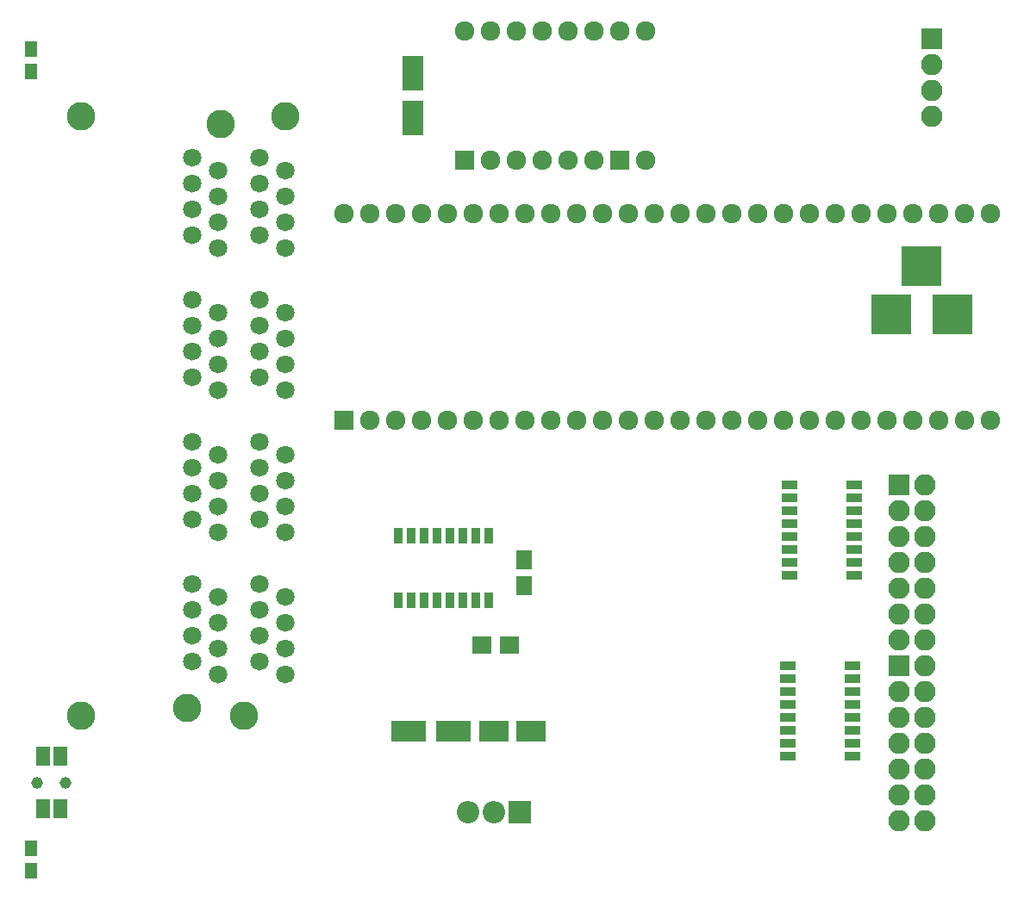
<source format=gts>
G04 #@! TF.FileFunction,Soldermask,Top*
%FSLAX46Y46*%
G04 Gerber Fmt 4.6, Leading zero omitted, Abs format (unit mm)*
G04 Created by KiCad (PCBNEW 4.0.6) date 11/13/18 16:30:56*
%MOMM*%
%LPD*%
G01*
G04 APERTURE LIST*
%ADD10C,0.100000*%
%ADD11R,1.543000X0.908000*%
%ADD12R,3.000000X2.000000*%
%ADD13R,1.924000X1.924000*%
%ADD14C,1.924000*%
%ADD15R,2.200000X2.200000*%
%ADD16O,2.200000X2.200000*%
%ADD17R,3.400000X2.000000*%
%ADD18R,2.000000X3.400000*%
%ADD19C,1.808000*%
%ADD20C,2.800000*%
%ADD21R,0.908000X1.543000*%
%ADD22R,3.900000X3.900000*%
%ADD23R,1.650000X1.900000*%
%ADD24R,1.900000X1.700000*%
%ADD25R,2.100000X2.100000*%
%ADD26O,2.100000X2.100000*%
%ADD27R,1.300000X1.600000*%
%ADD28R,1.400000X1.850000*%
%ADD29C,1.150000*%
G04 APERTURE END LIST*
D10*
D11*
X187175000Y-104555000D03*
X187175000Y-107095000D03*
X187175000Y-108365000D03*
X187175000Y-109635000D03*
X187175000Y-110905000D03*
X187175000Y-112175000D03*
X187175000Y-113445000D03*
X180825000Y-113445000D03*
X180825000Y-112175000D03*
X180825000Y-110905000D03*
X180825000Y-109635000D03*
X180825000Y-108365000D03*
X180825000Y-107095000D03*
X180825000Y-105825000D03*
X180825000Y-104555000D03*
X187175000Y-105825000D03*
D12*
X155600000Y-111000000D03*
X152000000Y-111000000D03*
D13*
X149110000Y-54850000D03*
D14*
X151650000Y-54850000D03*
X154190000Y-54850000D03*
X156730000Y-54850000D03*
X159270000Y-54850000D03*
X161810000Y-54850000D03*
D13*
X164350000Y-54850000D03*
D14*
X166890000Y-54850000D03*
X166890000Y-42150000D03*
X164350000Y-42150000D03*
X161810000Y-42150000D03*
X159270000Y-42150000D03*
X156730000Y-42150000D03*
X154190000Y-42150000D03*
X151650000Y-42150000D03*
X149110000Y-42150000D03*
D15*
X154540000Y-119000000D03*
D16*
X152000000Y-119000000D03*
X149460000Y-119000000D03*
D17*
X143600000Y-111000000D03*
X148000000Y-111000000D03*
D18*
X144000000Y-46300000D03*
X144000000Y-50700000D03*
D19*
X131490000Y-63490000D03*
X128950000Y-62220000D03*
X131490000Y-60950000D03*
X128950000Y-59680000D03*
X131490000Y-58410000D03*
X128950000Y-57140000D03*
X131490000Y-55870000D03*
X128950000Y-54600000D03*
X124890000Y-63490000D03*
X122350000Y-62220000D03*
X124890000Y-60950000D03*
X122350000Y-59680000D03*
X124890000Y-58410000D03*
X122350000Y-57140000D03*
X124890000Y-55870000D03*
X122350000Y-54600000D03*
X131490000Y-77460000D03*
X128950000Y-76190000D03*
X131490000Y-74920000D03*
X128950000Y-73650000D03*
X131490000Y-72380000D03*
X128950000Y-71110000D03*
X131490000Y-69840000D03*
X128950000Y-68570000D03*
X124890000Y-77460000D03*
X122350000Y-76190000D03*
X124890000Y-74920000D03*
X122350000Y-73650000D03*
X124890000Y-72380000D03*
X122350000Y-71110000D03*
X124890000Y-69840000D03*
X122350000Y-68570000D03*
X131490000Y-105400000D03*
X128950000Y-104130000D03*
X131490000Y-102860000D03*
X128950000Y-101590000D03*
X131490000Y-100320000D03*
X128950000Y-99050000D03*
X131490000Y-97780000D03*
X128950000Y-96510000D03*
X124890000Y-105400000D03*
X122350000Y-104130000D03*
X124890000Y-102860000D03*
X122350000Y-101590000D03*
X124890000Y-100320000D03*
X122350000Y-99050000D03*
X124890000Y-97780000D03*
X122350000Y-96510000D03*
X131490000Y-91430000D03*
X128950000Y-90160000D03*
X131490000Y-88890000D03*
X128950000Y-87620000D03*
X131490000Y-86350000D03*
X128950000Y-85080000D03*
X131490000Y-83810000D03*
X128950000Y-82540000D03*
X124890000Y-91430000D03*
X122350000Y-90160000D03*
X124890000Y-88890000D03*
X122350000Y-87620000D03*
X124890000Y-86350000D03*
X122350000Y-85080000D03*
X124890000Y-83810000D03*
X122350000Y-82540000D03*
D20*
X111430000Y-109470000D03*
X121850000Y-108710000D03*
X127430000Y-109470000D03*
X111430000Y-50530000D03*
X125150000Y-51290000D03*
X131500000Y-50530000D03*
D21*
X151445000Y-98175000D03*
X148905000Y-98175000D03*
X147635000Y-98175000D03*
X146365000Y-98175000D03*
X145095000Y-98175000D03*
X143825000Y-98175000D03*
X142555000Y-98175000D03*
X142555000Y-91825000D03*
X143825000Y-91825000D03*
X145095000Y-91825000D03*
X146365000Y-91825000D03*
X147635000Y-91825000D03*
X148905000Y-91825000D03*
X150175000Y-91825000D03*
X151445000Y-91825000D03*
X150175000Y-98175000D03*
D11*
X187325000Y-86780000D03*
X187325000Y-89320000D03*
X187325000Y-90590000D03*
X187325000Y-91860000D03*
X187325000Y-93130000D03*
X187325000Y-94400000D03*
X187325000Y-95670000D03*
X180975000Y-95670000D03*
X180975000Y-94400000D03*
X180975000Y-93130000D03*
X180975000Y-91860000D03*
X180975000Y-90590000D03*
X180975000Y-89320000D03*
X180975000Y-88050000D03*
X180975000Y-86780000D03*
X187325000Y-88050000D03*
D13*
X137200000Y-80430000D03*
D14*
X139740000Y-80430000D03*
X142280000Y-80430000D03*
X144820000Y-80430000D03*
X147360000Y-80430000D03*
X149900000Y-80430000D03*
X152440000Y-80430000D03*
X154980000Y-80430000D03*
X157520000Y-80430000D03*
X160060000Y-80430000D03*
X162600000Y-80430000D03*
X165140000Y-80430000D03*
X167680000Y-80430000D03*
X170220000Y-80430000D03*
X172760000Y-80430000D03*
X175300000Y-80430000D03*
X177840000Y-80430000D03*
X180380000Y-80430000D03*
X182920000Y-80430000D03*
X185460000Y-80430000D03*
X188000000Y-80430000D03*
X190540000Y-80430000D03*
X193080000Y-80430000D03*
X195620000Y-80430000D03*
X198160000Y-80430000D03*
X200700000Y-80430000D03*
X198160000Y-60110000D03*
X195620000Y-60110000D03*
X193080000Y-60110000D03*
X190540000Y-60110000D03*
X188000000Y-60110000D03*
X185460000Y-60110000D03*
X182920000Y-60110000D03*
X180380000Y-60110000D03*
X177840000Y-60110000D03*
X175300000Y-60110000D03*
X172760000Y-60110000D03*
X170220000Y-60110000D03*
X167680000Y-60110000D03*
X165140000Y-60110000D03*
X162600000Y-60110000D03*
X160060000Y-60110000D03*
X157520000Y-60110000D03*
X154980000Y-60110000D03*
X152440000Y-60110000D03*
X149900000Y-60110000D03*
X147360000Y-60110000D03*
X144820000Y-60110000D03*
X142280000Y-60110000D03*
X139740000Y-60110000D03*
X137200000Y-60110000D03*
X200700000Y-60110000D03*
D22*
X191000000Y-70000000D03*
X197000000Y-70000000D03*
X194000000Y-65300000D03*
D23*
X154954000Y-96688000D03*
X154954000Y-94188000D03*
D24*
X150810000Y-102530000D03*
X153510000Y-102530000D03*
D25*
X191770000Y-104560000D03*
D26*
X194310000Y-104560000D03*
X191770000Y-107100000D03*
X194310000Y-107100000D03*
X191770000Y-109640000D03*
X194310000Y-109640000D03*
X191770000Y-112180000D03*
X194310000Y-112180000D03*
X191770000Y-114720000D03*
X194310000Y-114720000D03*
X191770000Y-117260000D03*
X194310000Y-117260000D03*
X191770000Y-119800000D03*
X194310000Y-119800000D03*
D25*
X191770000Y-86780000D03*
D26*
X194310000Y-86780000D03*
X191770000Y-89320000D03*
X194310000Y-89320000D03*
X191770000Y-91860000D03*
X194310000Y-91860000D03*
X191770000Y-94400000D03*
X194310000Y-94400000D03*
X191770000Y-96940000D03*
X194310000Y-96940000D03*
X191770000Y-99480000D03*
X194310000Y-99480000D03*
X191770000Y-102020000D03*
X194310000Y-102020000D03*
D25*
X195000000Y-42960000D03*
D26*
X195000000Y-45500000D03*
X195000000Y-48040000D03*
X195000000Y-50580000D03*
D27*
X106500000Y-124700000D03*
X106500000Y-122500000D03*
X106500000Y-46200000D03*
X106500000Y-44000000D03*
D28*
X109350000Y-113500000D03*
X109350000Y-118650000D03*
X107650000Y-118650000D03*
X107650000Y-113500000D03*
D29*
X109875000Y-116075000D03*
X107125000Y-116075000D03*
M02*

</source>
